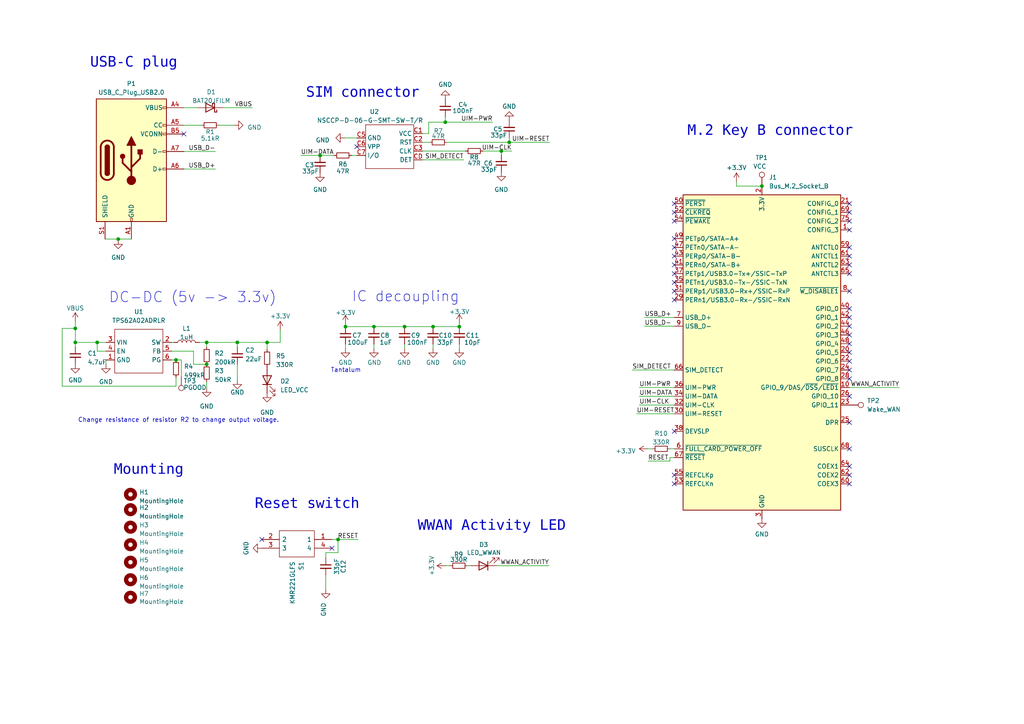
<source format=kicad_sch>
(kicad_sch (version 20230121) (generator eeschema)
  (paper "A4")
  (lib_symbols
    (symbol "Connector:Bus_M.2_Socket_B"
      (property "Reference" "J" (at -22.86 46.99 0))
      (property "Value" "Bus_M.2_Socket_B" (at 16.51 46.99 0))
      (symbol "Bus_M.2_Socket_B_0_1"
        (rectangle (start -22.86 45.72) (end 22.86 -45.72) (stroke (width 0.254)) (fill (type background)))
      )
      (symbol "Bus_M.2_Socket_B_1_1"
        (pin input line (at 25.4 35.56 180) (length 2.54) (name "CONFIG_3") (number "1"))
        (pin bidirectional line (at 25.4 -10.16 180) (length 2.54) (name "GPIO_9/DAS/~{DSS}/~{LED1}") (number "10"))
        (pin passive line (at 0 -48.26 90) (length 2.54) hide (name "GND") (number "11"))
        (pin power_in line (at 0 48.26 270) (length 2.54) (name "3.3V") (number "2"))
        (pin bidirectional line (at 25.4 0 180) (length 2.54) (name "GPIO_5") (number "20"))
        (pin input line (at 25.4 43.18 180) (length 2.54) (name "CONFIG_0") (number "21"))
        (pin bidirectional line (at 25.4 -2.54 180) (length 2.54) (name "GPIO_6") (number "22"))
        (pin bidirectional line (at 25.4 -15.24 180) (length 2.54) (name "GPIO_11") (number "23"))
        (pin bidirectional line (at 25.4 -5.08 180) (length 2.54) (name "GPIO_7") (number "24"))
        (pin output line (at 25.4 -20.32 180) (length 2.54) (name "DPR") (number "25"))
        (pin bidirectional line (at 25.4 -12.7 180) (length 2.54) (name "GPIO_10") (number "26"))
        (pin passive line (at 0 -48.26 90) (length 2.54) hide (name "GND") (number "27"))
        (pin bidirectional line (at 25.4 -7.62 180) (length 2.54) (name "GPIO_8") (number "28"))
        (pin input line (at -25.4 15.24 0) (length 2.54) (name "PERn1/USB3.0-Rx-/SSIC-RxN") (number "29"))
        (pin power_in line (at 0 -48.26 90) (length 2.54) (name "GND") (number "3"))
        (pin input line (at -25.4 -17.78 0) (length 2.54) (name "UIM-RESET") (number "30"))
        (pin input line (at -25.4 17.78 0) (length 2.54) (name "PERp1/USB3.0-Rx+/SSIC-RxP") (number "31"))
        (pin input line (at -25.4 -15.24 0) (length 2.54) (name "UIM-CLK") (number "32"))
        (pin passive line (at 0 -48.26 90) (length 2.54) hide (name "GND") (number "33"))
        (pin bidirectional line (at -25.4 -12.7 0) (length 2.54) (name "UIM-DATA") (number "34"))
        (pin output line (at -25.4 20.32 0) (length 2.54) (name "PETn1/USB3.0-Tx-/SSIC-TxN") (number "35"))
        (pin input line (at -25.4 -10.16 0) (length 2.54) (name "UIM-PWR") (number "36"))
        (pin output line (at -25.4 22.86 0) (length 2.54) (name "PETp1/USB3.0-Tx+/SSIC-TxP") (number "37"))
        (pin output line (at -25.4 -22.86 0) (length 2.54) (name "DEVSLP") (number "38"))
        (pin passive line (at 0 -48.26 90) (length 2.54) hide (name "GND") (number "39"))
        (pin passive line (at 0 48.26 270) (length 2.54) hide (name "3.3V") (number "4"))
        (pin bidirectional line (at 25.4 12.7 180) (length 2.54) (name "GPIO_0") (number "40"))
        (pin input line (at -25.4 25.4 0) (length 2.54) (name "PERn0/SATA-B+") (number "41"))
        (pin bidirectional line (at 25.4 10.16 180) (length 2.54) (name "GPIO_1") (number "42"))
        (pin input line (at -25.4 27.94 0) (length 2.54) (name "PERp0/SATA-B-") (number "43"))
        (pin bidirectional line (at 25.4 7.62 180) (length 2.54) (name "GPIO_2") (number "44"))
        (pin passive line (at 0 -48.26 90) (length 2.54) hide (name "GND") (number "45"))
        (pin bidirectional line (at 25.4 5.08 180) (length 2.54) (name "GPIO_3") (number "46"))
        (pin output line (at -25.4 30.48 0) (length 2.54) (name "PETn0/SATA-A-") (number "47"))
        (pin bidirectional line (at 25.4 2.54 180) (length 2.54) (name "GPIO_4") (number "48"))
        (pin output line (at -25.4 33.02 0) (length 2.54) (name "PETp0/SATA-A+") (number "49"))
        (pin passive line (at 0 -48.26 90) (length 2.54) hide (name "GND") (number "5"))
        (pin output line (at -25.4 43.18 0) (length 2.54) (name "~{PERST}") (number "50"))
        (pin passive line (at 0 -48.26 90) (length 2.54) hide (name "GND") (number "51"))
        (pin bidirectional line (at -25.4 40.64 0) (length 2.54) (name "~{CLKREQ}") (number "52"))
        (pin output line (at -25.4 -38.1 0) (length 2.54) (name "REFCLKn") (number "53"))
        (pin bidirectional line (at -25.4 38.1 0) (length 2.54) (name "~{PEWAKE}") (number "54"))
        (pin output line (at -25.4 -35.56 0) (length 2.54) (name "REFCLKp") (number "55"))
        (pin no_connect line (at 22.86 -43.18 180) (length 2.54) hide (name "NC") (number "56"))
        (pin passive line (at 0 -48.26 90) (length 2.54) hide (name "GND") (number "57"))
        (pin no_connect line (at 22.86 -40.64 180) (length 2.54) hide (name "NC") (number "58"))
        (pin input line (at 25.4 30.48 180) (length 2.54) (name "ANTCTL0") (number "59"))
        (pin output line (at -25.4 -27.94 0) (length 2.54) (name "~{FULL_CARD_POWER_OFF}") (number "6"))
        (pin bidirectional line (at 25.4 -38.1 180) (length 2.54) (name "COEX3") (number "60"))
        (pin input line (at 25.4 27.94 180) (length 2.54) (name "ANTCTL1") (number "61"))
        (pin bidirectional line (at 25.4 -35.56 180) (length 2.54) (name "COEX2") (number "62"))
        (pin input line (at 25.4 25.4 180) (length 2.54) (name "ANTCTL2") (number "63"))
        (pin bidirectional line (at 25.4 -33.02 180) (length 2.54) (name "COEX1") (number "64"))
        (pin input line (at 25.4 22.86 180) (length 2.54) (name "ANTCTL3") (number "65"))
        (pin output line (at -25.4 -5.08 0) (length 2.54) (name "SIM_DETECT") (number "66"))
        (pin output line (at -25.4 -30.48 0) (length 2.54) (name "~{RESET}") (number "67"))
        (pin output line (at 25.4 -27.94 180) (length 2.54) (name "SUSCLK") (number "68"))
        (pin input line (at 25.4 40.64 180) (length 2.54) (name "CONFIG_1") (number "69"))
        (pin bidirectional line (at -25.4 10.16 0) (length 2.54) (name "USB_D+") (number "7"))
        (pin passive line (at 0 48.26 270) (length 2.54) hide (name "3.3V") (number "70"))
        (pin passive line (at 0 -48.26 90) (length 2.54) hide (name "GND") (number "71"))
        (pin passive line (at 0 48.26 270) (length 2.54) hide (name "3.3V") (number "72"))
        (pin passive line (at 0 -48.26 90) (length 2.54) hide (name "GND") (number "73"))
        (pin passive line (at 0 48.26 270) (length 2.54) hide (name "3.3V") (number "74"))
        (pin input line (at 25.4 38.1 180) (length 2.54) (name "CONFIG_2") (number "75"))
        (pin output line (at 25.4 17.78 180) (length 2.54) (name "~{W_DISABLE1}") (number "8"))
        (pin bidirectional line (at -25.4 7.62 0) (length 2.54) (name "USB_D-") (number "9"))
      )
    )
    (symbol "Connector:TestPoint" (pin_numbers hide) (pin_names (offset 0.762) hide)
      (property "Reference" "TP" (at 0 6.858 0))
      (property "Value" "TestPoint" (at 0 5.08 0))
      (symbol "TestPoint_0_1"
        (circle (center 0 3.302) (radius 0.762))
      )
      (symbol "TestPoint_1_1"
        (pin passive line (at 0 0 90) (length 2.54) (name "1") (number "1"))
      )
    )
    (symbol "Connector:USB_C_Plug_USB2.0" (pin_names (offset 1.016))
      (property "Reference" "P" (at -10.16 19.05 0))
      (property "Value" "USB_C_Plug_USB2.0" (at 12.7 19.05 0))
      (symbol "USB_C_Plug_USB2.0_0_0"
        (rectangle (start -0.254 -17.78) (end 0.254 -16.764))
        (rectangle (start 10.16 -2.286) (end 9.144 -2.794))
        (rectangle (start 10.16 2.794) (end 9.144 2.286))
        (rectangle (start 10.16 7.874) (end 9.144 7.366))
        (rectangle (start 10.16 10.414) (end 9.144 9.906))
        (rectangle (start 10.16 15.494) (end 9.144 14.986))
      )
      (symbol "USB_C_Plug_USB2.0_0_1"
        (rectangle (start -10.16 17.78) (end 10.16 -17.78) (stroke (width 0.254)) (fill (type background)))
        (arc (start -8.89 -3.81) (mid -6.985 -5.7067) (end -5.08 -3.81) (stroke (width 0.508)))
        (arc (start -7.62 -3.81) (mid -6.985 -4.4423) (end -6.35 -3.81) (stroke (width 0.254)))
        (arc (start -7.62 -3.81) (mid -6.985 -4.4423) (end -6.35 -3.81) (stroke (width 0.254)) (fill (type outline)))
        (rectangle (start -7.62 -3.81) (end -6.35 3.81) (stroke (width 0.254)) (fill (type outline)))
        (arc (start -6.35 3.81) (mid -6.985 4.4423) (end -7.62 3.81) (stroke (width 0.254)))
        (arc (start -6.35 3.81) (mid -6.985 4.4423) (end -7.62 3.81) (stroke (width 0.254)) (fill (type outline)))
        (arc (start -5.08 3.81) (mid -6.985 5.7067) (end -8.89 3.81) (stroke (width 0.508)))
        (circle (center -2.54 1.143) (radius 0.635) (stroke (width 0.254)) (fill (type outline)))
        (circle (center 0 -5.842) (radius 1.27) (fill (type outline)))
        (polyline (pts (xy -8.89 -3.81) (xy -8.89 3.81)) (stroke (width 0.508)))
        (polyline (pts (xy -5.08 3.81) (xy -5.08 -3.81)) (stroke (width 0.508)))
        (polyline (pts (xy 0 -5.842) (xy 0 4.318)) (stroke (width 0.508)))
        (polyline (pts (xy 0 -3.302) (xy -2.54 -0.762) (xy -2.54 0.508)) (stroke (width 0.508)))
        (polyline (pts (xy 0 -2.032) (xy 2.54 0.508) (xy 2.54 1.778)) (stroke (width 0.508)))
        (polyline (pts (xy -1.27 4.318) (xy 0 6.858) (xy 1.27 4.318) (xy -1.27 4.318)) (stroke (width 0.254)) (fill (type outline)))
        (rectangle (start 1.905 1.778) (end 3.175 3.048) (stroke (width 0.254)) (fill (type outline)))
      )
      (symbol "USB_C_Plug_USB2.0_1_1"
        (pin passive line (at 0 -22.86 90) (length 5.08) (name "GND") (number "A1"))
        (pin passive line (at 0 -22.86 90) (length 5.08) hide (name "GND") (number "A12"))
        (pin passive line (at 15.24 15.24 180) (length 5.08) (name "VBUS") (number "A4"))
        (pin bidirectional line (at 15.24 10.16 180) (length 5.08) (name "CC") (number "A5"))
        (pin bidirectional line (at 15.24 -2.54 180) (length 5.08) (name "D+") (number "A6"))
        (pin bidirectional line (at 15.24 2.54 180) (length 5.08) (name "D-") (number "A7"))
        (pin passive line (at 15.24 15.24 180) (length 5.08) hide (name "VBUS") (number "A9"))
        (pin passive line (at 0 -22.86 90) (length 5.08) hide (name "GND") (number "B1"))
        (pin passive line (at 0 -22.86 90) (length 5.08) hide (name "GND") (number "B12"))
        (pin passive line (at 15.24 15.24 180) (length 5.08) hide (name "VBUS") (number "B4"))
        (pin bidirectional line (at 15.24 7.62 180) (length 5.08) (name "VCONN") (number "B5"))
        (pin passive line (at 15.24 15.24 180) (length 5.08) hide (name "VBUS") (number "B9"))
        (pin passive line (at -7.62 -22.86 90) (length 5.08) (name "SHIELD") (number "S1"))
      )
    )
    (symbol "Custom:KMR221GLFS" (pin_names (offset 0.762))
      (property "Reference" "S" (at 16.51 7.62 0))
      (property "Value" "KMR221GLFS" (at 16.51 5.08 0))
      (symbol "KMR221GLFS_0_0"
        (pin passive line (at 0 -2.54 0) (length 5.08) (name "1") (number "1"))
        (pin passive line (at 20.32 -2.54 180) (length 5.08) (name "2") (number "2"))
        (pin passive line (at 20.32 0 180) (length 5.08) (name "3") (number "3"))
        (pin passive line (at 0 0 0) (length 5.08) (name "4") (number "4"))
      )
      (symbol "KMR221GLFS_0_1"
        (polyline (pts (xy 5.08 2.54) (xy 15.24 2.54) (xy 15.24 -5.08) (xy 5.08 -5.08) (xy 5.08 2.54)) (stroke (width 0.1524)))
      )
    )
    (symbol "Device:C_Small" (pin_numbers hide) (pin_names (offset 0.254) hide)
      (property "Reference" "C" (at 0.254 1.778 0))
      (property "Value" "C_Small" (at 0.254 -2.032 0))
      (symbol "C_Small_0_1"
        (polyline (pts (xy -1.524 -0.508) (xy 1.524 -0.508)) (stroke (width 0.3302)))
        (polyline (pts (xy -1.524 0.508) (xy 1.524 0.508)) (stroke (width 0.3048)))
      )
      (symbol "C_Small_1_1"
        (pin passive line (at 0 2.54 270) (length 2.032) (name "~") (number "1"))
        (pin passive line (at 0 -2.54 90) (length 2.032) (name "~") (number "2"))
      )
    )
    (symbol "Device:D_Schottky" (pin_numbers hide) (pin_names (offset 1.016) hide)
      (property "Reference" "D" (at 0 2.54 0))
      (property "Value" "D_Schottky" (at 0 -2.54 0))
      (symbol "D_Schottky_0_1"
        (polyline (pts (xy 1.27 0) (xy -1.27 0)))
        (polyline (pts (xy 1.27 1.27) (xy 1.27 -1.27) (xy -1.27 0) (xy 1.27 1.27)) (stroke (width 0.254)))
        (polyline (pts (xy -1.905 0.635) (xy -1.905 1.27) (xy -1.27 1.27) (xy -1.27 -1.27) (xy -0.635 -1.27) (xy -0.635 -0.635)) (stroke (width 0.254)))
      )
      (symbol "D_Schottky_1_1"
        (pin passive line (at -3.81 0 0) (length 2.54) (name "K") (number "1"))
        (pin passive line (at 3.81 0 180) (length 2.54) (name "A") (number "2"))
      )
    )
    (symbol "Device:L" (pin_numbers hide) (pin_names (offset 1.016) hide)
      (property "Reference" "L" (at -1.27 0 90))
      (property "Value" "L" (at 1.905 0 90))
      (symbol "L_0_1"
        (arc (start 0 -2.54) (mid 0.6323 -1.905) (end 0 -1.27))
        (arc (start 0 -1.27) (mid 0.6323 -0.635) (end 0 0))
        (arc (start 0 0) (mid 0.6323 0.635) (end 0 1.27))
        (arc (start 0 1.27) (mid 0.6323 1.905) (end 0 2.54))
      )
      (symbol "L_1_1"
        (pin passive line (at 0 3.81 270) (length 1.27) (name "1") (number "1"))
        (pin passive line (at 0 -3.81 90) (length 1.27) (name "2") (number "2"))
      )
    )
    (symbol "Device:LED" (pin_numbers hide) (pin_names (offset 1.016) hide)
      (property "Reference" "D" (at 0 2.54 0))
      (property "Value" "LED" (at 0 -2.54 0))
      (symbol "LED_0_1"
        (polyline (pts (xy -1.27 -1.27) (xy -1.27 1.27)) (stroke (width 0.254)))
        (polyline (pts (xy -1.27 0) (xy 1.27 0)))
        (polyline (pts (xy 1.27 -1.27) (xy 1.27 1.27) (xy -1.27 0) (xy 1.27 -1.27)) (stroke (width 0.254)))
        (polyline (pts (xy -3.048 -0.762) (xy -4.572 -2.286) (xy -3.81 -2.286) (xy -4.572 -2.286) (xy -4.572 -1.524)))
        (polyline (pts (xy -1.778 -0.762) (xy -3.302 -2.286) (xy -2.54 -2.286) (xy -3.302 -2.286) (xy -3.302 -1.524)))
      )
      (symbol "LED_1_1"
        (pin passive line (at -3.81 0 0) (length 2.54) (name "K") (number "1"))
        (pin passive line (at 3.81 0 180) (length 2.54) (name "A") (number "2"))
      )
    )
    (symbol "Device:R_Small" (pin_numbers hide) (pin_names (offset 0.254) hide)
      (property "Reference" "R" (at 0.762 0.508 0))
      (property "Value" "R_Small" (at 0.762 -1.016 0))
      (symbol "R_Small_0_1"
        (rectangle (start -0.762 1.778) (end 0.762 -1.778) (stroke (width 0.2032)))
      )
      (symbol "R_Small_1_1"
        (pin passive line (at 0 2.54 270) (length 0.762) (name "~") (number "1"))
        (pin passive line (at 0 -2.54 90) (length 0.762) (name "~") (number "2"))
      )
    )
    (symbol "Mechanical:MountingHole" (pin_names (offset 1.016))
      (property "Reference" "H" (at 0 5.08 0))
      (property "Value" "MountingHole" (at 0 3.175 0))
      (symbol "MountingHole_0_1"
        (circle (center 0 0) (radius 1.27) (stroke (width 1.27)))
      )
    )
    (symbol "Roamer_lib:NSCCP-D-06-G-SMT-SW-T{slash}R"
      (property "Reference" "U" (at 3.175 -5.08 0))
      (property "Value" "NSCCP-D-06-G-SMT-SW-T{slash}R" (at -15.24 -5.08 0))
      (symbol "NSCCP-D-06-G-SMT-SW-T{slash}R_0_1"
        (rectangle (start -13.335 -20.955) (end 0.635 -8.255))
      )
      (symbol "NSCCP-D-06-G-SMT-SW-T{slash}R_1_1"
        (pin power_in line (at 3.175 -10.795 180) (length 2.54) (name "VCC") (number "C1"))
        (pin input line (at 3.175 -13.335 180) (length 2.54) (name "RST") (number "C2"))
        (pin input line (at 3.175 -15.875 180) (length 2.54) (name "CLK") (number "C3"))
        (pin passive line (at -15.875 -12.065 0) (length 2.54) (name "GND") (number "C5"))
        (pin input line (at -15.875 -14.605 0) (length 2.54) (name "VPP") (number "C6"))
        (pin bidirectional line (at -15.875 -17.145 0) (length 2.54) (name "I/O") (number "C7"))
        (pin output line (at 3.175 -18.415 180) (length 2.54) (name "DET") (number "CD"))
      )
    )
    (symbol "Roamer_lib:TPS62A02ADRLR"
      (property "Reference" "U" (at -3.81 -0.635 0))
      (property "Value" "TPS62A02ADRLR" (at -14.605 -0.635 0))
      (symbol "TPS62A02ADRLR_0_1"
        (rectangle (start -16.51 -3.81) (end -2.54 -16.51))
      )
      (symbol "TPS62A02ADRLR_1_1"
        (pin passive line (at -19.05 -12.7 0) (length 2.54) (name "GND") (number "1"))
        (pin power_out line (at 0 -7.62 180) (length 2.54) (name "SW") (number "2"))
        (pin power_in line (at -19.05 -7.62 0) (length 2.54) (name "VIN") (number "3"))
        (pin input line (at -19.05 -10.16 0) (length 2.54) (name "EN") (number "4"))
        (pin input line (at 0 -10.16 180) (length 2.54) (name "FB") (number "5"))
        (pin output line (at 0 -12.7 180) (length 2.54) (name "PG") (number "6"))
      )
    )
    (symbol "power:+3.3V" (power) (pin_names (offset 0))
      (property "Value" "+3.3V" (at 0 3.556 0))
      (symbol "+3.3V_0_1"
        (polyline (pts (xy -0.762 1.27) (xy 0 2.54)))
        (polyline (pts (xy 0 0) (xy 0 2.54)))
        (polyline (pts (xy 0 2.54) (xy 0.762 1.27)))
      )
      (symbol "+3.3V_1_1"
        (pin power_in line (at 0 0 90) (length 0) hide (name "+3.3V") (number "1"))
      )
    )
    (symbol "power:GND" (power) (pin_names (offset 0))
      (property "Value" "GND" (at 0 -3.81 0))
      (symbol "GND_0_1"
        (polyline (pts (xy 0 0) (xy 0 -1.27) (xy 1.27 -1.27) (xy 0 -2.54) (xy -1.27 -1.27) (xy 0 -1.27)))
      )
      (symbol "GND_1_1"
        (pin power_in line (at 0 0 270) (length 0) hide (name "GND") (number "1"))
      )
    )
    (symbol "power:VBUS" (power) (pin_names (offset 0))
      (property "Value" "VBUS" (at 0 3.81 0))
      (symbol "VBUS_0_1"
        (polyline (pts (xy -0.762 1.27) (xy 0 2.54)))
        (polyline (pts (xy 0 0) (xy 0 2.54)))
        (polyline (pts (xy 0 2.54) (xy 0.762 1.27)))
      )
      (symbol "VBUS_1_1"
        (pin power_in line (at 0 0 90) (length 0) hide (name "VBUS") (number "1"))
      )
    )
  )
  (junction (at 100.203 94.742))
  (junction (at 220.98 53.975))
  (junction (at 133.223 94.742))
  (junction (at 108.458 94.742))
  (junction (at 59.944 99.314))
  (junction (at 59.944 105.664))
  (junction (at 92.837 45.085))
  (junction (at 145.415 43.815))
  (junction (at 125.603 94.742))
  (junction (at 21.844 95.25))
  (junction (at 98.044 156.464))
  (junction (at 147.701 41.275))
  (junction (at 68.834 99.314))
  (junction (at 117.348 94.742))
  (junction (at 34.29 69.342))
  (junction (at 28.194 99.314))
  (junction (at 129.159 35.433))
  (junction (at 51.054 104.394))
  (junction (at 21.844 99.314))
  (junction (at 77.47 99.314))
  (no_connect (at 246.38 109.855))
  (no_connect (at 246.38 74.295))
  (no_connect (at 195.58 86.995))
  (no_connect (at 246.38 64.135))
  (no_connect (at 246.38 137.795))
  (no_connect (at 246.38 84.455))
  (no_connect (at 246.38 89.535))
  (no_connect (at 246.38 130.175))
  (no_connect (at 246.38 122.555))
  (no_connect (at 246.38 99.695))
  (no_connect (at 195.58 140.335))
  (no_connect (at 195.58 76.835))
  (no_connect (at 246.38 104.775))
  (no_connect (at 246.38 135.255))
  (no_connect (at 75.946 156.464))
  (no_connect (at 246.38 107.315))
  (no_connect (at 246.38 140.335))
  (no_connect (at 246.38 76.835))
  (no_connect (at 195.58 71.755))
  (no_connect (at 96.266 159.004))
  (no_connect (at 195.58 84.455))
  (no_connect (at 195.58 125.095))
  (no_connect (at 195.58 79.375))
  (no_connect (at 246.38 97.155))
  (no_connect (at 195.58 137.795))
  (no_connect (at 195.58 74.295))
  (no_connect (at 246.38 102.235))
  (no_connect (at 53.34 38.862))
  (no_connect (at 195.58 69.215))
  (no_connect (at 246.38 71.755))
  (no_connect (at 195.58 81.915))
  (no_connect (at 246.38 61.595))
  (no_connect (at 246.38 94.615))
  (no_connect (at 246.38 59.055))
  (no_connect (at 195.58 59.055))
  (no_connect (at 246.38 66.675))
  (no_connect (at 103.505 42.545))
  (no_connect (at 246.38 114.935))
  (no_connect (at 246.38 92.075))
  (no_connect (at 195.58 61.595))
  (no_connect (at 195.58 64.135))
  (no_connect (at 246.38 79.375))
  (wire (pts (xy 30.734 101.854) (xy 28.194 101.854)))
  (wire (pts (xy 51.054 112.014) (xy 51.054 109.474)))
  (wire (pts (xy 28.194 99.314) (xy 30.734 99.314)))
  (wire (pts (xy 122.555 43.815) (xy 135.001 43.815)))
  (wire (pts (xy 77.47 99.314) (xy 81.28 99.314)))
  (wire (pts (xy 98.044 156.464) (xy 98.044 160.274)))
  (wire (pts (xy 187.96 133.731) (xy 194.31 133.731)))
  (wire (pts (xy 145.415 44.831) (xy 145.415 43.815)))
  (wire (pts (xy 186.944 94.615) (xy 195.58 94.615)))
  (wire (pts (xy 144.018 164.084) (xy 159.258 164.084)))
  (wire (pts (xy 98.044 156.464) (xy 103.886 156.464)))
  (wire (pts (xy 185.42 112.395) (xy 195.58 112.395)))
  (wire (pts (xy 51.054 104.394) (xy 52.578 104.394)))
  (wire (pts (xy 124.333 35.433) (xy 129.159 35.433)))
  (wire (pts (xy 195.58 132.715) (xy 194.31 132.715)))
  (wire (pts (xy 28.194 101.854) (xy 28.194 99.314)))
  (wire (pts (xy 133.223 94.742) (xy 125.603 94.742)))
  (wire (pts (xy 63.5 36.322) (xy 67.945 36.322)))
  (wire (pts (xy 117.348 99.822) (xy 117.348 101.092)))
  (wire (pts (xy 213.614 52.705) (xy 213.614 53.975)))
  (wire (pts (xy 108.458 94.742) (xy 100.203 94.742)))
  (wire (pts (xy 185.42 117.475) (xy 195.58 117.475)))
  (wire (pts (xy 92.837 45.085) (xy 96.901 45.085)))
  (wire (pts (xy 129.159 33.909) (xy 129.159 35.433)))
  (wire (pts (xy 77.47 99.314) (xy 77.47 101.346)))
  (wire (pts (xy 52.578 104.394) (xy 52.578 109.22)))
  (wire (pts (xy 129.159 35.433) (xy 142.875 35.433)))
  (wire (pts (xy 185.42 114.935) (xy 195.58 114.935)))
  (wire (pts (xy 18.034 112.014) (xy 51.054 112.014)))
  (wire (pts (xy 59.944 99.314) (xy 59.944 100.584)))
  (wire (pts (xy 133.223 99.822) (xy 133.223 101.092)))
  (wire (pts (xy 147.701 41.275) (xy 159.385 41.275)))
  (wire (pts (xy 108.458 99.822) (xy 108.458 101.092)))
  (wire (pts (xy 183.388 107.315) (xy 195.58 107.315)))
  (wire (pts (xy 21.844 99.314) (xy 28.194 99.314)))
  (wire (pts (xy 246.38 112.395) (xy 260.858 112.395)))
  (wire (pts (xy 81.28 99.314) (xy 81.28 95.758)))
  (wire (pts (xy 21.844 93.218) (xy 21.844 95.25)))
  (wire (pts (xy 98.044 160.274) (xy 94.488 160.274)))
  (wire (pts (xy 30.48 69.342) (xy 34.29 69.342)))
  (wire (pts (xy 140.081 43.815) (xy 145.415 43.815)))
  (wire (pts (xy 125.603 94.742) (xy 117.348 94.742)))
  (wire (pts (xy 21.844 99.314) (xy 21.844 100.584)))
  (wire (pts (xy 100.203 99.822) (xy 100.203 101.092)))
  (wire (pts (xy 220.98 53.975) (xy 213.614 53.975)))
  (wire (pts (xy 59.944 99.314) (xy 68.834 99.314)))
  (wire (pts (xy 96.266 156.464) (xy 98.044 156.464)))
  (wire (pts (xy 189.23 130.175) (xy 187.96 130.175)))
  (wire (pts (xy 53.34 43.942) (xy 62.484 43.942)))
  (wire (pts (xy 101.981 45.085) (xy 103.505 45.085)))
  (wire (pts (xy 99.949 40.005) (xy 103.505 40.005)))
  (wire (pts (xy 100.203 93.98) (xy 100.203 94.742)))
  (wire (pts (xy 117.348 94.742) (xy 108.458 94.742)))
  (wire (pts (xy 68.834 99.314) (xy 68.834 100.584)))
  (wire (pts (xy 30.734 104.394) (xy 30.734 105.664)))
  (wire (pts (xy 122.555 46.355) (xy 134.493 46.355)))
  (wire (pts (xy 34.29 69.342) (xy 34.29 69.596)))
  (wire (pts (xy 133.223 93.726) (xy 133.223 94.742)))
  (wire (pts (xy 145.415 43.815) (xy 148.463 43.815)))
  (wire (pts (xy 184.658 120.015) (xy 195.58 120.015)))
  (wire (pts (xy 124.587 41.275) (xy 122.555 41.275)))
  (wire (pts (xy 18.034 112.014) (xy 18.034 95.25)))
  (wire (pts (xy 64.77 31.242) (xy 73.152 31.242)))
  (wire (pts (xy 130.556 164.084) (xy 129.286 164.084)))
  (wire (pts (xy 186.944 92.075) (xy 195.58 92.075)))
  (wire (pts (xy 129.667 41.275) (xy 147.701 41.275)))
  (wire (pts (xy 49.784 104.394) (xy 51.054 104.394)))
  (wire (pts (xy 56.134 101.854) (xy 56.134 105.664)))
  (wire (pts (xy 18.034 95.25) (xy 21.844 95.25)))
  (wire (pts (xy 122.555 38.735) (xy 124.333 38.735)))
  (wire (pts (xy 57.15 31.242) (xy 53.34 31.242)))
  (wire (pts (xy 68.834 110.236) (xy 68.834 105.664)))
  (wire (pts (xy 135.636 164.084) (xy 136.398 164.084)))
  (wire (pts (xy 53.34 49.022) (xy 62.484 49.022)))
  (wire (pts (xy 34.29 69.342) (xy 38.1 69.342)))
  (wire (pts (xy 49.784 99.314) (xy 50.292 99.314)))
  (wire (pts (xy 53.34 36.322) (xy 58.42 36.322)))
  (wire (pts (xy 68.834 99.314) (xy 77.47 99.314)))
  (wire (pts (xy 49.784 101.854) (xy 56.134 101.854)))
  (wire (pts (xy 124.333 38.735) (xy 124.333 35.433)))
  (wire (pts (xy 147.701 40.005) (xy 147.701 41.275)))
  (wire (pts (xy 125.603 99.822) (xy 125.603 101.092)))
  (wire (pts (xy 21.844 95.25) (xy 21.844 99.314)))
  (wire (pts (xy 94.488 170.942) (xy 94.488 166.878)))
  (wire (pts (xy 59.944 110.744) (xy 59.944 112.522)))
  (wire (pts (xy 194.31 133.731) (xy 194.31 132.715)))
  (wire (pts (xy 57.912 99.314) (xy 59.944 99.314)))
  (wire (pts (xy 56.134 105.664) (xy 59.944 105.664)))
  (wire (pts (xy 94.488 160.274) (xy 94.488 161.798)))
  (wire (pts (xy 87.249 45.085) (xy 92.837 45.085)))
  (wire (pts (xy 194.31 130.175) (xy 195.58 130.175)))
  (text "Reset switch\n" (at 73.914 148.844 0) (effects (font (size 3 3)) (justify left bottom)))
  (text "Tantalum" (at 95.885 108.204 0) (effects (font (size 1.27 1.27)) (justify left bottom)))
  (text "SIM connector\n" (at 88.773 29.591 0) (effects (font (size 3 3)) (justify left bottom)))
  (text "WWAN Activity LED\n" (at 121.158 155.194 0) (effects (font (size 3 3)) (justify left bottom)))
  (text "USB-C plug" (at 26.162 20.828 0) (effects (font (size 3 3)) (justify left bottom)))
  (text "IC decoupling\n" (at 101.981 87.884 0) (effects (font (size 3 3)) (justify left bottom)))
  (text "M.2 Key B connector" (at 199.39 40.64 0) (effects (font (size 3 3)) (justify left bottom)))
  (text "Mounting\n" (at 33.02 138.938 0) (effects (font (size 3 3)) (justify left bottom)))
  (text "DC-DC (5v -> 3.3v)\n" (at 31.496 88.138 0) (effects (font (size 3 3)) (justify left bottom)))
  (text "Change resistance of resistor R2 to change output voltage." (at 22.606 122.682 0) (effects (font (size 1.27 1.27)) (justify left bottom)))
  (label "RESET" (at 103.886 156.464 180))
  (label "USB_D+" (at 186.944 92.075 0))
  (label "UIM-PWR" (at 142.875 35.433 180))
  (label "SIM_DETECT" (at 134.493 46.355 180))
  (label "UIM-CLK" (at 148.463 43.815 180))
  (label "WWAN_ACTIVITY" (at 159.258 164.084 180))
  (label "UIM-CLK" (at 185.42 117.475 0))
  (label "UIM-PWR" (at 185.42 112.395 0))
  (label "UIM-RESET" (at 184.658 120.015 0))
  (label "USB_D-" (at 186.944 94.615 0))
  (label "USB_D+" (at 62.484 49.022 180))
  (label "RESET" (at 187.96 133.731 0))
  (label "VBUS" (at 73.152 31.242 180))
  (label "USB_D-" (at 62.484 43.942 180))
  (label "WWAN_ACTIVITY" (at 260.858 112.395 180))
  (label "UIM-DATA" (at 87.249 45.085 0))
  (label "SIM_DETECT" (at 183.388 107.315 0))
  (label "UIM-DATA" (at 185.42 114.935 0))
  (label "UIM-RESET" (at 159.385 41.275 180))
  (symbol (lib_id "power:GND") (at 117.348 101.092 0) (unit 1)
    (property "Reference" "#PWR03" (effects hide))
    (property "Value" "GND" (at 119.253 105.156 0) (effects (justify right)))
  )
  (symbol (lib_id "Mechanical:MountingHole") (at 37.846 163.068 0) (unit 1)
    (property "Reference" "H5" (at 40.386 162.433 0) (effects (justify left)))
    (property "Value" "MountingHole" (at 40.386 164.973 0) (effects (justify left)))
    (property "Footprint" "MountingHole:MountingHole_2.7mm_M2.5" (effects hide))
  )
  (symbol (lib_id "Device:R_Small") (at 191.77 130.175 90) (unit 1)
    (property "Reference" "R10" (at 191.77 125.73 90))
    (property "Value" "330R" (at 191.77 128.27 90))
    (property "Footprint" "Resistor_SMD:R_0603_1608Metric" (effects hide))
  )
  (symbol (lib_id "Connector:USB_C_Plug_USB2.0") (at 38.1 46.482 0) (unit 1)
    (property "Reference" "P1" (at 38.1 24.257 0))
    (property "Value" "USB_C_Plug_USB2.0" (at 38.1 26.797 0))
    (property "Footprint" "Connector_USB:USB_C_Plug_Molex_105444" (effects hide))
    (property "Datasheet" "https://www.usb.org/sites/default/files/documents/usb_type-c.zip" (effects hide))
  )
  (symbol (lib_id "power:GND") (at 68.834 110.236 0) (unit 1)
    (property "Reference" "#PWR013" (effects hide))
    (property "Value" "GND" (at 68.834 113.792 0))
  )
  (symbol (lib_id "Device:R_Small") (at 137.541 43.815 90) (unit 1)
    (property "Reference" "R8" (at 137.541 45.593 90))
    (property "Value" "47R" (at 137.541 47.371 90))
    (property "Footprint" "Resistor_SMD:R_1206_3216Metric" (effects hide))
  )
  (symbol (lib_id "Connector:TestPoint") (at 52.578 109.22 180) (unit 1)
    (property "Reference" "TP3" (at 53.213 110.49 0) (effects (justify right)))
    (property "Value" "PGOOD" (at 53.213 112.395 0) (effects (justify right)))
    (property "Footprint" "TestPoint:TestPoint_Pad_1.0x1.0mm" (effects hide))
  )
  (symbol (lib_id "Device:C_Small") (at 94.488 164.338 0) (unit 1)
    (property "Reference" "C12" (at 99.568 164.338 90))
    (property "Value" "33pF" (at 97.663 164.338 90))
    (property "Footprint" "Capacitor_SMD:C_0603_1608Metric" (effects hide))
  )
  (symbol (lib_id "Mechanical:MountingHole") (at 37.846 147.828 0) (unit 1)
    (property "Reference" "H2" (at 40.386 147.193 0) (effects (justify left)))
    (property "Value" "MountingHole" (at 40.386 149.733 0) (effects (justify left)))
    (property "Footprint" "MountingHole:MountingHole_2.7mm_M2.5" (effects hide))
  )
  (symbol (lib_id "power:GND") (at 34.29 69.596 0) (unit 1)
    (property "Reference" "#PWR06" (effects hide))
    (property "Value" "GND" (at 34.29 74.676 0))
  )
  (symbol (lib_id "power:GND") (at 100.203 101.092 0) (unit 1)
    (property "Reference" "#PWR01" (effects hide))
    (property "Value" "GND" (at 102.235 105.156 0) (effects (justify right)))
  )
  (symbol (lib_id "power:+3.3V") (at 129.286 164.084 90) (unit 1)
    (property "Reference" "#PWR024" (effects hide))
    (property "Value" "+3.3V" (at 125.222 164.084 0))
  )
  (symbol (lib_id "power:GND") (at 220.98 150.495 0) (unit 1)
    (property "Reference" "#PWR022" (effects hide))
    (property "Value" "GND" (at 220.98 154.94 0))
  )
  (symbol (lib_id "Device:C_Small") (at 129.159 31.369 0) (unit 1)
    (property "Reference" "C4" (at 134.239 30.353 0))
    (property "Value" "100nF" (at 134.239 32.131 0))
    (property "Footprint" "Capacitor_SMD:C_0603_1608Metric" (effects hide))
  )
  (symbol (lib_id "power:GND") (at 21.844 105.664 0) (unit 1)
    (property "Reference" "#PWR011" (effects hide))
    (property "Value" "GND" (at 21.844 110.236 0))
  )
  (symbol (lib_id "power:GND") (at 30.734 105.664 0) (unit 1)
    (property "Reference" "#PWR010" (effects hide))
    (property "Value" "GND" (at 30.734 110.744 0))
  )
  (symbol (lib_id "Device:R_Small") (at 59.944 108.204 0) (unit 1)
    (property "Reference" "R3" (at 62.23 107.569 0) (effects (justify left)))
    (property "Value" "50kR" (at 62.23 110.109 0) (effects (justify left)))
    (property "Footprint" "Resistor_SMD:R_0805_2012Metric" (effects hide))
  )
  (symbol (lib_id "Mechanical:MountingHole") (at 37.846 152.908 0) (unit 1)
    (property "Reference" "H3" (at 40.386 152.273 0) (effects (justify left)))
    (property "Value" "MountingHole" (at 40.386 154.813 0) (effects (justify left)))
    (property "Footprint" "MountingHole:MountingHole_2.7mm_M2.5" (effects hide))
  )
  (symbol (lib_id "power:GND") (at 77.47 114.046 0) (unit 1)
    (property "Reference" "#PWR014" (effects hide))
    (property "Value" "GND" (at 77.47 119.634 0))
  )
  (symbol (lib_id "power:GND") (at 125.603 101.092 0) (unit 1)
    (property "Reference" "#PWR04" (effects hide))
    (property "Value" "GND" (at 127.635 105.156 0) (effects (justify right)))
  )
  (symbol (lib_id "Device:C_Small") (at 117.348 97.282 0) (unit 1)
    (property "Reference" "C9" (at 120.523 97.282 0))
    (property "Value" "100nF" (at 121.031 99.314 0))
    (property "Footprint" "Capacitor_SMD:C_0603_1608Metric" (effects hide))
  )
  (symbol (lib_id "Roamer_lib:NSCCP-D-06-G-SMT-SW-T{slash}R") (at 119.38 27.94 0) (unit 1)
    (property "Reference" "U2" (at 108.585 32.385 0))
    (property "Value" "NSCCP-D-06-G-SMT-SW-T/R" (at 107.315 34.925 0))
    (property "Footprint" "NSCCP-D-06-G-SMT-SW-T:NSCCP-D-06-G-SMT-SW-T&slash_R" (effects hide))
    (property "Datasheet" "https://www.digikey.co.uk/en/products/detail/adam-tech/NSCCP-D-06-G-SMT-SW-T-R/11689348" (effects hide))
  )
  (symbol (lib_id "Device:R_Small") (at 60.96 36.322 90) (unit 1)
    (property "Reference" "R1" (at 60.96 38.227 90))
    (property "Value" "5.1kR" (at 60.96 40.132 90))
    (property "Footprint" "Resistor_SMD:R_0603_1608Metric" (effects hide))
  )
  (symbol (lib_id "Device:C_Small") (at 125.603 97.282 0) (unit 1)
    (property "Reference" "C10" (at 129.159 97.282 0))
    (property "Value" "33pF" (at 129.159 99.314 0))
    (property "Footprint" "Capacitor_SMD:C_0603_1608Metric" (effects hide))
  )
  (symbol (lib_id "power:GND") (at 75.946 159.004 270) (unit 1)
    (property "Reference" "#PWR019" (effects hide))
    (property "Value" "GND" (at 71.374 159.004 0))
  )
  (symbol (lib_id "power:+3.3V") (at 133.223 93.726 0) (unit 1)
    (property "Reference" "#PWR017" (effects hide))
    (property "Value" "+3.3V" (at 133.223 90.424 0))
  )
  (symbol (lib_id "Device:D_Schottky") (at 60.96 31.242 180) (unit 1)
    (property "Reference" "D1" (at 61.2775 26.67 0))
    (property "Value" "BAT20JFILM" (at 61.2775 29.21 0))
    (property "Footprint" "Diode_SMD:D_SOD-323" (effects hide))
  )
  (symbol (lib_id "Device:C_Small") (at 21.844 103.124 0) (unit 1)
    (property "Reference" "C1" (at 25.4 102.4953 0) (effects (justify left)))
    (property "Value" "4.7uF" (at 25.4 105.0353 0) (effects (justify left)))
    (property "Footprint" "Capacitor_SMD:C_0603_1608Metric" (effects hide))
  )
  (symbol (lib_id "Device:L") (at 54.102 99.314 90) (unit 1)
    (property "Reference" "L1" (at 54.102 95.25 90))
    (property "Value" "1uH" (at 54.102 97.79 90))
    (property "Footprint" "Inductor_SMD:L_1008_2520Metric" (effects hide))
  )
  (symbol (lib_id "Device:C_Small") (at 92.837 47.625 180) (unit 1)
    (property "Reference" "C3" (at 89.789 47.879 0))
    (property "Value" "33pF" (at 90.043 49.657 0))
    (property "Footprint" "Capacitor_SMD:C_0603_1608Metric" (effects hide))
  )
  (symbol (lib_id "power:GND") (at 145.415 49.911 0) (unit 1)
    (property "Reference" "#PWR027" (effects hide))
    (property "Value" "GND" (at 145.415 54.991 0))
  )
  (symbol (lib_id "Device:R_Small") (at 99.441 45.085 270) (unit 1)
    (property "Reference" "R6" (at 99.441 47.625 90))
    (property "Value" "47R" (at 99.441 49.657 90))
    (property "Footprint" "Resistor_SMD:R_1206_3216Metric" (effects hide))
  )
  (symbol (lib_id "Device:C_Small") (at 68.834 103.124 0) (unit 1)
    (property "Reference" "C2" (at 71.12 101.6 0) (effects (justify left)))
    (property "Value" "22uF" (at 71.12 104.14 0) (effects (justify left)))
    (property "Footprint" "Capacitor_SMD:C_0603_1608Metric" (effects hide))
  )
  (symbol (lib_id "Connector:TestPoint") (at 246.38 117.475 270) (unit 1)
    (property "Reference" "TP2" (at 251.46 116.2049 90) (effects (justify left)))
    (property "Value" "Wake_WAN" (at 251.46 118.7449 90) (effects (justify left)))
    (property "Footprint" "TestPoint:TestPoint_Pad_1.0x1.0mm" (effects hide))
  )
  (symbol (lib_id "power:GND") (at 147.701 34.925 180) (unit 1)
    (property "Reference" "#PWR028" (effects hide))
    (property "Value" "GND" (at 147.701 30.861 0))
  )
  (symbol (lib_id "power:+3.3V") (at 213.614 52.705 0) (unit 1)
    (property "Reference" "#PWR023" (effects hide))
    (property "Value" "+3.3V" (at 213.614 48.641 0))
  )
  (symbol (lib_id "power:GND") (at 59.944 112.522 0) (unit 1)
    (property "Reference" "#PWR012" (effects hide))
    (property "Value" "GND" (at 59.944 117.856 0))
  )
  (symbol (lib_id "power:GND") (at 108.458 101.092 0) (unit 1)
    (property "Reference" "#PWR02" (effects hide))
    (property "Value" "GND" (at 110.617 105.156 0) (effects (justify right)))
  )
  (symbol (lib_id "Mechanical:MountingHole") (at 37.846 143.383 0) (unit 1)
    (property "Reference" "H1" (at 40.386 142.748 0) (effects (justify left)))
    (property "Value" "MountingHole" (at 40.386 145.288 0) (effects (justify left)))
    (property "Footprint" "MountingHole:MountingHole_2.7mm_M2.5" (effects hide))
  )
  (symbol (lib_id "Mechanical:MountingHole") (at 37.846 157.988 0) (unit 1)
    (property "Reference" "H4" (at 40.386 157.353 0) (effects (justify left)))
    (property "Value" "MountingHole" (at 40.386 159.893 0) (effects (justify left)))
    (property "Footprint" "MountingHole:MountingHole_2.7mm_M2.5" (effects hide))
  )
  (symbol (lib_id "power:+3.3V") (at 81.28 95.758 0) (unit 1)
    (property "Reference" "#PWR015" (effects hide))
    (property "Value" "+3.3V" (at 81.28 91.694 0))
  )
  (symbol (lib_id "power:GND") (at 94.488 170.942 0) (unit 1)
    (property "Reference" "#PWR020" (effects hide))
    (property "Value" "GND" (at 93.853 174.752 90) (effects (justify right)))
  )
  (symbol (lib_id "Connector:TestPoint") (at 220.98 53.975 0) (unit 1)
    (property "Reference" "TP1" (at 219.075 45.72 0) (effects (justify left)))
    (property "Value" "VCC" (at 218.44 48.26 0) (effects (justify left)))
    (property "Footprint" "TestPoint:TestPoint_Pad_1.0x1.0mm" (effects hide))
  )
  (symbol (lib_id "Device:R_Small") (at 127.127 41.275 90) (unit 1)
    (property "Reference" "R7" (at 127.127 37.973 90))
    (property "Value" "47R" (at 127.127 39.497 90))
    (property "Footprint" "Resistor_SMD:R_1206_3216Metric" (effects hide))
  )
  (symbol (lib_id "power:GND") (at 133.223 101.092 0) (unit 1)
    (property "Reference" "#PWR05" (effects hide))
    (property "Value" "GND" (at 135.255 105.156 0) (effects (justify right)))
  )
  (symbol (lib_id "power:GND") (at 129.159 28.829 180) (unit 1)
    (property "Reference" "#PWR025" (effects hide))
    (property "Value" "GND" (at 129.159 24.511 0))
  )
  (symbol (lib_id "Mechanical:MountingHole") (at 37.846 173.228 0) (unit 1)
    (property "Reference" "H7" (at 40.386 172.212 0) (effects (justify left)))
    (property "Value" "MountingHole" (at 40.386 174.498 0) (effects (justify left)))
    (property "Footprint" "MountingHole:MountingHole_3mm" (effects hide))
  )
  (symbol (lib_id "power:GND") (at 92.837 50.165 0) (unit 1)
    (property "Reference" "#PWR026" (effects hide))
    (property "Value" "GND" (at 92.837 54.991 0))
  )
  (symbol (lib_id "Roamer_lib:TPS62A02ADRLR") (at 49.784 91.694 0) (unit 1)
    (property "Reference" "U1" (at 40.259 90.424 0))
    (property "Value" "TPS62A02ADRLR" (at 40.259 92.964 0))
    (property "Footprint" "TPS:SOTFL50P160X60-6N" (effects hide))
    (property "Datasheet" "https://www.ti.com/lit/ds/symlink/tps62a01a.pdf" (effects hide))
  )
  (symbol (lib_id "Device:R_Small") (at 59.944 103.124 0) (unit 1)
    (property "Reference" "R2" (at 62.23 102.489 0) (effects (justify left)))
    (property "Value" "200kR" (at 62.23 105.029 0) (effects (justify left)))
    (property "Footprint" "Resistor_SMD:R_0805_2012Metric" (effects hide))
  )
  (symbol (lib_id "Connector:Bus_M.2_Socket_B") (at 220.98 102.235 0) (unit 1)
    (property "Reference" "J1" (at 222.9994 51.435 0) (effects (justify left)))
    (property "Value" "Bus_M.2_Socket_B" (at 222.9994 53.975 0) (effects (justify left)))
    (property "Footprint" "NGFF:TE_2199119-3" (effects hide))
    (property "Datasheet" "http://read.pudn.com/downloads794/doc/project/3133918/PCIe_M.2_Electromechanical_Spec_Rev1.0_Final_11012013_RS_Clean.pdf#page=154" (effects hide))
  )
  (symbol (lib_id "power:GND") (at 67.945 36.322 90) (unit 1)
    (property "Reference" "#PWR08" (effects hide))
    (property "Value" "GND" (at 71.755 36.957 90) (effects (justify right)))
  )
  (symbol (lib_id "Device:R_Small") (at 51.054 106.934 0) (unit 1)
    (property "Reference" "R4" (at 53.34 106.299 0) (effects (justify left)))
    (property "Value" "499kR" (at 53.34 108.839 0) (effects (justify left)))
    (property "Footprint" "Resistor_SMD:R_0805_2012Metric" (effects hide))
  )
  (symbol (lib_id "power:+3.3V") (at 187.96 130.175 90) (unit 1)
    (property "Reference" "#PWR021" (effects hide))
    (property "Value" "+3.3V" (at 184.404 130.81 90) (effects (justify left)))
  )
  (symbol (lib_id "Device:C_Small") (at 147.701 37.465 180) (unit 1)
    (property "Reference" "C5" (at 144.399 37.465 0))
    (property "Value" "33pF" (at 144.653 39.243 0))
    (property "Footprint" "Capacitor_SMD:C_0603_1608Metric" (effects hide))
  )
  (symbol (lib_id "Device:C_Small") (at 100.203 97.282 0) (unit 1)
    (property "Reference" "C7" (at 103.505 97.282 0))
    (property "Value" "100uF" (at 103.759 99.314 0))
    (property "Footprint" "Capacitor_SMD:C_0603_1608Metric" (effects hide))
  )
  (symbol (lib_id "Device:R_Small") (at 133.096 164.084 90) (unit 1)
    (property "Reference" "R9" (at 134.366 160.782 90) (effects (justify left)))
    (property "Value" "330R" (at 135.636 162.306 90) (effects (justify left)))
    (property "Footprint" "Resistor_SMD:R_0603_1608Metric" (effects hide))
  )
  (symbol (lib_id "Mechanical:MountingHole") (at 37.846 168.148 0) (unit 1)
    (property "Reference" "H6" (at 40.386 167.513 0) (effects (justify left)))
    (property "Value" "MountingHole" (at 40.386 170.053 0) (effects (justify left)))
    (property "Footprint" "MountingHole:MountingHole_2.7mm_M2.5" (effects hide))
  )
  (symbol (lib_id "power:+3.3V") (at 100.203 93.98 0) (unit 1)
    (property "Reference" "#PWR016" (effects hide))
    (property "Value" "+3.3V" (at 100.203 90.678 0))
  )
  (symbol (lib_id "Custom:KMR221GLFS") (at 96.266 159.004 180) (unit 1)
    (property "Reference" "S1" (at 87.3761 162.814 90) (effects (justify left)))
    (property "Value" "KMR221GLFS" (at 84.8361 162.814 90) (effects (justify left)))
    (property "Footprint" "KMR:KMR2_1" (effects hide))
    (property "Datasheet" "https://www.ckswitches.com/media/1479/kmr2.pdf" (effects hide))
    (property "Description" "KMR221GLFS (Tactile Switches)" (effects hide))
    (property "Mouser Part Number" "611-KMR221G-LFS" (effects hide))
    (property "Mouser Price/Stock" "https://www.mouser.co.uk/ProductDetail/CK/KMR221GLFS?qs=sb%252But3Lm4x2RtkMQYdEYMA%3D%3D" (effects hide))
    (property "Manufacturer_Name" "C & K COMPONENTS" (effects hide))
    (property "Manufacturer_Part_Number" "KMR221GLFS" (effects hide))
  )
  (symbol (lib_id "Device:LED") (at 77.47 110.236 90) (unit 1)
    (property "Reference" "D2" (at 81.28 110.5534 90) (effects (justify right)))
    (property "Value" "LED_VCC" (at 81.28 113.0934 90) (effects (justify right)))
    (property "Footprint" "Diode_SMD:D_0402_1005Metric" (effects hide))
  )
  (symbol (lib_id "Device:C_Small") (at 145.415 47.371 180) (unit 1)
    (property "Reference" "C6" (at 141.605 47.371 0))
    (property "Value" "33pF" (at 141.859 49.149 0))
    (property "Footprint" "Capacitor_SMD:C_0603_1608Metric" (effects hide))
  )
  (symbol (lib_id "Device:LED") (at 140.208 164.084 180) (unit 1)
    (property "Reference" "D3" (at 138.938 157.988 0) (effects (justify right)))
    (property "Value" "LED_WWAN" (at 135.382 160.274 0) (effects (justify right)))
    (property "Footprint" "Diode_SMD:D_0402_1005Metric" (effects hide))
  )
  (symbol (lib_id "power:VBUS") (at 21.844 93.218 0) (unit 1)
    (property "Reference" "#PWR09" (effects hide))
    (property "Value" "VBUS" (at 21.844 89.408 0))
  )
  (symbol (lib_id "power:GND") (at 99.949 40.005 270) (unit 1)
    (property "Reference" "#PWR018" (effects hide))
    (property "Value" "GND" (at 95.631 40.64 90) (effects (justify right)))
  )
  (symbol (lib_id "Device:C_Small") (at 133.223 97.282 0) (unit 1)
    (property "Reference" "C11" (at 137.033 97.282 0))
    (property "Value" "10pF" (at 137.033 99.314 0))
    (property "Footprint" "Capacitor_SMD:C_0603_1608Metric" (effects hide))
  )
  (symbol (lib_id "Device:R_Small") (at 77.47 103.886 0) (unit 1)
    (property "Reference" "R5" (at 80.01 103.251 0) (effects (justify left)))
    (property "Value" "330R" (at 80.01 105.791 0) (effects (justify left)))
    (property "Footprint" "Resistor_SMD:R_0603_1608Metric" (effects hide))
  )
  (symbol (lib_id "Device:C_Small") (at 108.458 97.282 0) (unit 1)
    (property "Reference" "C8" (at 111.633 97.282 0))
    (property "Value" "1uF" (at 111.887 99.314 0))
    (property "Footprint" "Capacitor_SMD:C_0603_1608Metric" (effects hide))
  )
)
</source>
